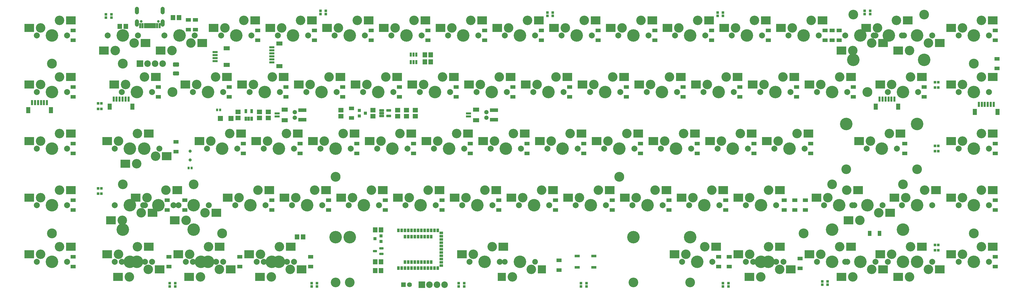
<source format=gbr>
G04 EAGLE Gerber RS-274X export*
G75*
%MOMM*%
%FSLAX34Y34*%
%LPD*%
%INSoldermask Bottom*%
%IPPOS*%
%AMOC8*
5,1,8,0,0,1.08239X$1,22.5*%
G01*
%ADD10C,4.203200*%
%ADD11C,2.004800*%
%ADD12C,3.203200*%
%ADD13R,3.261200X2.703200*%
%ADD14C,0.961200*%
%ADD15C,1.903200*%
%ADD16C,3.253200*%
%ADD17R,2.753200X2.703200*%
%ADD18C,0.911200*%
%ADD19R,1.677200X1.240200*%
%ADD20R,1.240200X1.677200*%
%ADD21R,0.803200X1.753200*%
%ADD22R,1.403200X2.003200*%
%ADD23R,2.203200X2.203200*%
%ADD24C,2.203200*%
%ADD25R,0.803200X1.653200*%
%ADD26R,0.503200X1.653200*%
%ADD27C,1.361200*%
%ADD28C,0.903200*%
%ADD29C,0.505150*%
%ADD30R,1.503200X1.803200*%
%ADD31R,0.823200X1.423200*%
%ADD32R,1.803200X1.503200*%
%ADD33C,0.297181*%
%ADD34R,1.103200X1.003200*%
%ADD35R,1.727200X0.965200*%
%ADD36R,0.903200X1.203200*%
%ADD37R,1.203200X0.903200*%
%ADD38R,1.753200X0.803200*%
%ADD39R,2.003200X1.403200*%
%ADD40R,0.803200X1.353200*%
%ADD41R,1.625600X1.625600*%
%ADD42C,1.625600*%
%ADD43C,1.473200*%
%ADD44R,2.703200X1.203200*%
%ADD45C,1.053200*%
%ADD46R,1.703200X1.703200*%
%ADD47C,0.353406*%
%ADD48R,0.803200X0.903200*%
%ADD49R,0.903200X0.903200*%
%ADD50C,3.319200*%


D10*
X190500Y2095500D03*
D11*
X241300Y2095500D03*
X139700Y2095500D03*
D12*
X228600Y2070100D03*
X165100Y2044700D03*
D13*
X266640Y2070100D03*
X127060Y2044700D03*
D14*
X266700Y2063750D03*
X266700Y2076450D03*
X127000Y2038350D03*
X127000Y2051050D03*
D10*
X238125Y1905000D03*
D11*
X187325Y1905000D03*
X288925Y1905000D03*
D12*
X200025Y1930400D03*
X263525Y1955800D03*
D13*
X161985Y1930400D03*
X301565Y1955800D03*
D14*
X161925Y1936750D03*
X161925Y1924050D03*
X301625Y1962150D03*
X301625Y1949450D03*
D10*
X261938Y1714500D03*
D11*
X312738Y1714500D03*
X211138Y1714500D03*
D12*
X300038Y1689100D03*
X236538Y1663700D03*
D13*
X338078Y1689100D03*
X198498Y1663700D03*
D14*
X338138Y1682750D03*
X338138Y1695450D03*
X198438Y1657350D03*
X198438Y1670050D03*
D10*
X214313Y1524000D03*
D11*
X265113Y1524000D03*
X163513Y1524000D03*
D12*
X252413Y1498600D03*
X188913Y1473200D03*
D13*
X290453Y1498600D03*
X150873Y1473200D03*
D14*
X290513Y1492250D03*
X290513Y1504950D03*
X150813Y1466850D03*
X150813Y1479550D03*
D10*
X238125Y1333500D03*
D11*
X288925Y1333500D03*
X187325Y1333500D03*
D12*
X276225Y1308100D03*
X212725Y1282700D03*
D13*
X314265Y1308100D03*
X174685Y1282700D03*
D14*
X314325Y1301750D03*
X314325Y1314450D03*
X174625Y1276350D03*
X174625Y1289050D03*
D10*
X381000Y2095500D03*
D11*
X431800Y2095500D03*
X330200Y2095500D03*
D12*
X419100Y2070100D03*
X355600Y2044700D03*
D13*
X457140Y2070100D03*
X317560Y2044700D03*
D14*
X457200Y2063750D03*
X457200Y2076450D03*
X317500Y2038350D03*
X317500Y2051050D03*
D10*
X476250Y1905000D03*
D11*
X425450Y1905000D03*
X527050Y1905000D03*
D12*
X438150Y1930400D03*
X501650Y1955800D03*
D13*
X400110Y1930400D03*
X539690Y1955800D03*
D14*
X400050Y1936750D03*
X400050Y1924050D03*
X539750Y1962150D03*
X539750Y1949450D03*
D10*
X523875Y1714500D03*
D11*
X473075Y1714500D03*
X574675Y1714500D03*
D12*
X485775Y1739900D03*
X549275Y1765300D03*
D13*
X447735Y1739900D03*
X587315Y1765300D03*
D14*
X447675Y1746250D03*
X447675Y1733550D03*
X587375Y1771650D03*
X587375Y1758950D03*
D10*
X428625Y1524000D03*
D11*
X479425Y1524000D03*
X377825Y1524000D03*
D12*
X466725Y1498600D03*
X403225Y1473200D03*
D13*
X504765Y1498600D03*
X365185Y1473200D03*
D14*
X504825Y1492250D03*
X504825Y1504950D03*
X365125Y1466850D03*
X365125Y1479550D03*
D10*
X476250Y1333500D03*
D11*
X527050Y1333500D03*
X425450Y1333500D03*
D12*
X514350Y1308100D03*
X450850Y1282700D03*
D13*
X552390Y1308100D03*
X412810Y1282700D03*
D14*
X552450Y1301750D03*
X552450Y1314450D03*
X412750Y1276350D03*
X412750Y1289050D03*
D10*
X571500Y2095500D03*
D11*
X520700Y2095500D03*
X622300Y2095500D03*
D12*
X533400Y2120900D03*
X596900Y2146300D03*
D13*
X495360Y2120900D03*
X634940Y2146300D03*
D14*
X495300Y2127250D03*
X495300Y2114550D03*
X635000Y2152650D03*
X635000Y2139950D03*
D10*
X666750Y1905000D03*
D11*
X615950Y1905000D03*
X717550Y1905000D03*
D12*
X628650Y1930400D03*
X692150Y1955800D03*
D13*
X590610Y1930400D03*
X730190Y1955800D03*
D14*
X590550Y1936750D03*
X590550Y1924050D03*
X730250Y1962150D03*
X730250Y1949450D03*
D10*
X714375Y1714500D03*
D11*
X663575Y1714500D03*
X765175Y1714500D03*
D12*
X676275Y1739900D03*
X739775Y1765300D03*
D13*
X638235Y1739900D03*
X777815Y1765300D03*
D14*
X638175Y1746250D03*
X638175Y1733550D03*
X777875Y1771650D03*
X777875Y1758950D03*
D10*
X619125Y1524000D03*
D11*
X568325Y1524000D03*
X669925Y1524000D03*
D12*
X581025Y1549400D03*
X644525Y1574800D03*
D13*
X542985Y1549400D03*
X682565Y1574800D03*
D14*
X542925Y1555750D03*
X542925Y1543050D03*
X682625Y1581150D03*
X682625Y1568450D03*
D10*
X714375Y1333500D03*
D11*
X765175Y1333500D03*
X663575Y1333500D03*
D12*
X752475Y1308100D03*
X688975Y1282700D03*
D13*
X790515Y1308100D03*
X650935Y1282700D03*
D14*
X790575Y1301750D03*
X790575Y1314450D03*
X650875Y1276350D03*
X650875Y1289050D03*
D10*
X762000Y2095500D03*
D11*
X711200Y2095500D03*
X812800Y2095500D03*
D12*
X723900Y2120900D03*
X787400Y2146300D03*
D13*
X685860Y2120900D03*
X825440Y2146300D03*
D14*
X685800Y2127250D03*
X685800Y2114550D03*
X825500Y2152650D03*
X825500Y2139950D03*
D10*
X857250Y1905000D03*
D11*
X806450Y1905000D03*
X908050Y1905000D03*
D12*
X819150Y1930400D03*
X882650Y1955800D03*
D13*
X781110Y1930400D03*
X920690Y1955800D03*
D14*
X781050Y1936750D03*
X781050Y1924050D03*
X920750Y1962150D03*
X920750Y1949450D03*
D10*
X904875Y1714500D03*
D11*
X854075Y1714500D03*
X955675Y1714500D03*
D12*
X866775Y1739900D03*
X930275Y1765300D03*
D13*
X828735Y1739900D03*
X968315Y1765300D03*
D14*
X828675Y1746250D03*
X828675Y1733550D03*
X968375Y1771650D03*
X968375Y1758950D03*
D10*
X809625Y1524000D03*
D11*
X758825Y1524000D03*
X860425Y1524000D03*
D12*
X771525Y1549400D03*
X835025Y1574800D03*
D13*
X733485Y1549400D03*
X873065Y1574800D03*
D14*
X733425Y1555750D03*
X733425Y1543050D03*
X873125Y1581150D03*
X873125Y1568450D03*
D10*
X952500Y2095500D03*
D11*
X901700Y2095500D03*
X1003300Y2095500D03*
D12*
X914400Y2120900D03*
X977900Y2146300D03*
D13*
X876360Y2120900D03*
X1015940Y2146300D03*
D14*
X876300Y2127250D03*
X876300Y2114550D03*
X1016000Y2152650D03*
X1016000Y2139950D03*
D10*
X1047750Y1905000D03*
D11*
X996950Y1905000D03*
X1098550Y1905000D03*
D12*
X1009650Y1930400D03*
X1073150Y1955800D03*
D13*
X971610Y1930400D03*
X1111190Y1955800D03*
D14*
X971550Y1936750D03*
X971550Y1924050D03*
X1111250Y1962150D03*
X1111250Y1949450D03*
D10*
X1095375Y1714500D03*
D11*
X1044575Y1714500D03*
X1146175Y1714500D03*
D12*
X1057275Y1739900D03*
X1120775Y1765300D03*
D13*
X1019235Y1739900D03*
X1158815Y1765300D03*
D14*
X1019175Y1746250D03*
X1019175Y1733550D03*
X1158875Y1771650D03*
X1158875Y1758950D03*
D10*
X1000125Y1524000D03*
D11*
X949325Y1524000D03*
X1050925Y1524000D03*
D12*
X962025Y1549400D03*
X1025525Y1574800D03*
D13*
X923985Y1549400D03*
X1063565Y1574800D03*
D14*
X923925Y1555750D03*
X923925Y1543050D03*
X1063625Y1581150D03*
X1063625Y1568450D03*
D10*
X1524000Y1333500D03*
D15*
X1574800Y1333500D03*
X1473200Y1333500D03*
D12*
X1562100Y1308100D03*
X1498600Y1282700D03*
D16*
X952500Y1263500D03*
X2095500Y1263500D03*
D10*
X952500Y1415900D03*
X2095500Y1415900D03*
D17*
X1597600Y1308100D03*
X1463100Y1282700D03*
D10*
X1143000Y2095500D03*
D11*
X1092200Y2095500D03*
X1193800Y2095500D03*
D12*
X1104900Y2120900D03*
X1168400Y2146300D03*
D13*
X1066860Y2120900D03*
X1206440Y2146300D03*
D14*
X1066800Y2127250D03*
X1066800Y2114550D03*
X1206500Y2152650D03*
X1206500Y2139950D03*
D10*
X1238250Y1905000D03*
D11*
X1187450Y1905000D03*
X1289050Y1905000D03*
D12*
X1200150Y1930400D03*
X1263650Y1955800D03*
D13*
X1162110Y1930400D03*
X1301690Y1955800D03*
D14*
X1162050Y1936750D03*
X1162050Y1924050D03*
X1301750Y1962150D03*
X1301750Y1949450D03*
D10*
X1285875Y1714500D03*
D11*
X1235075Y1714500D03*
X1336675Y1714500D03*
D12*
X1247775Y1739900D03*
X1311275Y1765300D03*
D13*
X1209735Y1739900D03*
X1349315Y1765300D03*
D14*
X1209675Y1746250D03*
X1209675Y1733550D03*
X1349375Y1771650D03*
X1349375Y1758950D03*
D10*
X1190625Y1524000D03*
D11*
X1139825Y1524000D03*
X1241425Y1524000D03*
D12*
X1152525Y1549400D03*
X1216025Y1574800D03*
D13*
X1114485Y1549400D03*
X1254065Y1574800D03*
D14*
X1114425Y1555750D03*
X1114425Y1543050D03*
X1254125Y1581150D03*
X1254125Y1568450D03*
D10*
X1333500Y2095500D03*
D11*
X1282700Y2095500D03*
X1384300Y2095500D03*
D12*
X1295400Y2120900D03*
X1358900Y2146300D03*
D13*
X1257360Y2120900D03*
X1396940Y2146300D03*
D14*
X1257300Y2127250D03*
X1257300Y2114550D03*
X1397000Y2152650D03*
X1397000Y2139950D03*
D10*
X1428750Y1905000D03*
D11*
X1377950Y1905000D03*
X1479550Y1905000D03*
D12*
X1390650Y1930400D03*
X1454150Y1955800D03*
D13*
X1352610Y1930400D03*
X1492190Y1955800D03*
D14*
X1352550Y1936750D03*
X1352550Y1924050D03*
X1492250Y1962150D03*
X1492250Y1949450D03*
D10*
X1476375Y1714500D03*
D11*
X1425575Y1714500D03*
X1527175Y1714500D03*
D12*
X1438275Y1739900D03*
X1501775Y1765300D03*
D13*
X1400235Y1739900D03*
X1539815Y1765300D03*
D14*
X1400175Y1746250D03*
X1400175Y1733550D03*
X1539875Y1771650D03*
X1539875Y1758950D03*
D10*
X1381125Y1524000D03*
D11*
X1330325Y1524000D03*
X1431925Y1524000D03*
D12*
X1343025Y1549400D03*
X1406525Y1574800D03*
D13*
X1304985Y1549400D03*
X1444565Y1574800D03*
D14*
X1304925Y1555750D03*
X1304925Y1543050D03*
X1444625Y1581150D03*
X1444625Y1568450D03*
D10*
X1524000Y2095500D03*
D11*
X1473200Y2095500D03*
X1574800Y2095500D03*
D12*
X1485900Y2120900D03*
X1549400Y2146300D03*
D13*
X1447860Y2120900D03*
X1587440Y2146300D03*
D14*
X1447800Y2127250D03*
X1447800Y2114550D03*
X1587500Y2152650D03*
X1587500Y2139950D03*
D10*
X1619250Y1905000D03*
D11*
X1568450Y1905000D03*
X1670050Y1905000D03*
D12*
X1581150Y1930400D03*
X1644650Y1955800D03*
D13*
X1543110Y1930400D03*
X1682690Y1955800D03*
D14*
X1543050Y1936750D03*
X1543050Y1924050D03*
X1682750Y1962150D03*
X1682750Y1949450D03*
D10*
X1666875Y1714500D03*
D11*
X1616075Y1714500D03*
X1717675Y1714500D03*
D12*
X1628775Y1739900D03*
X1692275Y1765300D03*
D13*
X1590735Y1739900D03*
X1730315Y1765300D03*
D14*
X1590675Y1746250D03*
X1590675Y1733550D03*
X1730375Y1771650D03*
X1730375Y1758950D03*
D10*
X1571625Y1524000D03*
D11*
X1520825Y1524000D03*
X1622425Y1524000D03*
D12*
X1533525Y1549400D03*
X1597025Y1574800D03*
D13*
X1495485Y1549400D03*
X1635065Y1574800D03*
D14*
X1495425Y1555750D03*
X1495425Y1543050D03*
X1635125Y1581150D03*
X1635125Y1568450D03*
D10*
X1714500Y2095500D03*
D11*
X1663700Y2095500D03*
X1765300Y2095500D03*
D12*
X1676400Y2120900D03*
X1739900Y2146300D03*
D13*
X1638360Y2120900D03*
X1777940Y2146300D03*
D14*
X1638300Y2127250D03*
X1638300Y2114550D03*
X1778000Y2152650D03*
X1778000Y2139950D03*
D10*
X1809750Y1905000D03*
D11*
X1758950Y1905000D03*
X1860550Y1905000D03*
D12*
X1771650Y1930400D03*
X1835150Y1955800D03*
D13*
X1733610Y1930400D03*
X1873190Y1955800D03*
D14*
X1733550Y1936750D03*
X1733550Y1924050D03*
X1873250Y1962150D03*
X1873250Y1949450D03*
D10*
X1857375Y1714500D03*
D11*
X1806575Y1714500D03*
X1908175Y1714500D03*
D12*
X1819275Y1739900D03*
X1882775Y1765300D03*
D13*
X1781235Y1739900D03*
X1920815Y1765300D03*
D14*
X1781175Y1746250D03*
X1781175Y1733550D03*
X1920875Y1771650D03*
X1920875Y1758950D03*
D10*
X1762125Y1524000D03*
D11*
X1711325Y1524000D03*
X1812925Y1524000D03*
D12*
X1724025Y1549400D03*
X1787525Y1574800D03*
D13*
X1685985Y1549400D03*
X1825565Y1574800D03*
D14*
X1685925Y1555750D03*
X1685925Y1543050D03*
X1825625Y1581150D03*
X1825625Y1568450D03*
D10*
X1905000Y2095500D03*
D11*
X1854200Y2095500D03*
X1955800Y2095500D03*
D12*
X1866900Y2120900D03*
X1930400Y2146300D03*
D13*
X1828860Y2120900D03*
X1968440Y2146300D03*
D14*
X1828800Y2127250D03*
X1828800Y2114550D03*
X1968500Y2152650D03*
X1968500Y2139950D03*
D10*
X2000250Y1905000D03*
D11*
X1949450Y1905000D03*
X2051050Y1905000D03*
D12*
X1962150Y1930400D03*
X2025650Y1955800D03*
D13*
X1924110Y1930400D03*
X2063690Y1955800D03*
D14*
X1924050Y1936750D03*
X1924050Y1924050D03*
X2063750Y1962150D03*
X2063750Y1949450D03*
D10*
X2047875Y1714500D03*
D11*
X1997075Y1714500D03*
X2098675Y1714500D03*
D12*
X2009775Y1739900D03*
X2073275Y1765300D03*
D13*
X1971735Y1739900D03*
X2111315Y1765300D03*
D14*
X1971675Y1746250D03*
X1971675Y1733550D03*
X2111375Y1771650D03*
X2111375Y1758950D03*
D10*
X1952625Y1524000D03*
D11*
X1901825Y1524000D03*
X2003425Y1524000D03*
D12*
X1914525Y1549400D03*
X1978025Y1574800D03*
D13*
X1876485Y1549400D03*
X2016065Y1574800D03*
D14*
X1876425Y1555750D03*
X1876425Y1543050D03*
X2016125Y1581150D03*
X2016125Y1568450D03*
D10*
X2333625Y1333500D03*
D11*
X2282825Y1333500D03*
X2384425Y1333500D03*
D12*
X2295525Y1358900D03*
X2359025Y1384300D03*
D13*
X2257485Y1358900D03*
X2397065Y1384300D03*
D14*
X2257425Y1365250D03*
X2257425Y1352550D03*
X2397125Y1390650D03*
X2397125Y1377950D03*
D10*
X2095500Y2095500D03*
D11*
X2044700Y2095500D03*
X2146300Y2095500D03*
D12*
X2057400Y2120900D03*
X2120900Y2146300D03*
D13*
X2019360Y2120900D03*
X2158940Y2146300D03*
D14*
X2019300Y2127250D03*
X2019300Y2114550D03*
X2159000Y2152650D03*
X2159000Y2139950D03*
D10*
X2190750Y1905000D03*
D11*
X2139950Y1905000D03*
X2241550Y1905000D03*
D12*
X2152650Y1930400D03*
X2216150Y1955800D03*
D13*
X2114610Y1930400D03*
X2254190Y1955800D03*
D14*
X2114550Y1936750D03*
X2114550Y1924050D03*
X2254250Y1962150D03*
X2254250Y1949450D03*
D10*
X2238375Y1714500D03*
D11*
X2187575Y1714500D03*
X2289175Y1714500D03*
D12*
X2200275Y1739900D03*
X2263775Y1765300D03*
D13*
X2162235Y1739900D03*
X2301815Y1765300D03*
D14*
X2162175Y1746250D03*
X2162175Y1733550D03*
X2301875Y1771650D03*
X2301875Y1758950D03*
D10*
X2143125Y1524000D03*
D11*
X2092325Y1524000D03*
X2193925Y1524000D03*
D12*
X2105025Y1549400D03*
X2168525Y1574800D03*
D13*
X2066985Y1549400D03*
X2206565Y1574800D03*
D14*
X2066925Y1555750D03*
X2066925Y1543050D03*
X2206625Y1581150D03*
X2206625Y1568450D03*
D10*
X2809875Y1333500D03*
D11*
X2759075Y1333500D03*
X2860675Y1333500D03*
D12*
X2771775Y1358900D03*
X2835275Y1384300D03*
D13*
X2733735Y1358900D03*
X2873315Y1384300D03*
D14*
X2733675Y1365250D03*
X2733675Y1352550D03*
X2873375Y1390650D03*
X2873375Y1377950D03*
D10*
X2286000Y2095500D03*
D11*
X2235200Y2095500D03*
X2336800Y2095500D03*
D12*
X2247900Y2120900D03*
X2311400Y2146300D03*
D13*
X2209860Y2120900D03*
X2349440Y2146300D03*
D14*
X2209800Y2127250D03*
X2209800Y2114550D03*
X2349500Y2152650D03*
X2349500Y2139950D03*
D10*
X2381250Y1905000D03*
D11*
X2330450Y1905000D03*
X2432050Y1905000D03*
D12*
X2343150Y1930400D03*
X2406650Y1955800D03*
D13*
X2305110Y1930400D03*
X2444690Y1955800D03*
D14*
X2305050Y1936750D03*
X2305050Y1924050D03*
X2444750Y1962150D03*
X2444750Y1949450D03*
D10*
X2428875Y1714500D03*
D11*
X2378075Y1714500D03*
X2479675Y1714500D03*
D12*
X2390775Y1739900D03*
X2454275Y1765300D03*
D13*
X2352735Y1739900D03*
X2492315Y1765300D03*
D14*
X2352675Y1746250D03*
X2352675Y1733550D03*
X2492375Y1771650D03*
X2492375Y1758950D03*
D10*
X2333625Y1524000D03*
D11*
X2282825Y1524000D03*
X2384425Y1524000D03*
D12*
X2295525Y1549400D03*
X2359025Y1574800D03*
D13*
X2257485Y1549400D03*
X2397065Y1574800D03*
D14*
X2257425Y1555750D03*
X2257425Y1543050D03*
X2397125Y1581150D03*
X2397125Y1568450D03*
D10*
X2476500Y2095500D03*
D11*
X2425700Y2095500D03*
X2527300Y2095500D03*
D12*
X2438400Y2120900D03*
X2501900Y2146300D03*
D13*
X2400360Y2120900D03*
X2539940Y2146300D03*
D14*
X2400300Y2127250D03*
X2400300Y2114550D03*
X2540000Y2152650D03*
X2540000Y2139950D03*
D10*
X2571750Y1905000D03*
D11*
X2520950Y1905000D03*
X2622550Y1905000D03*
D12*
X2533650Y1930400D03*
X2597150Y1955800D03*
D13*
X2495610Y1930400D03*
X2635190Y1955800D03*
D14*
X2495550Y1936750D03*
X2495550Y1924050D03*
X2635250Y1962150D03*
X2635250Y1949450D03*
D10*
X2738438Y1714500D03*
D11*
X2687638Y1714500D03*
X2789238Y1714500D03*
D12*
X2700338Y1739900D03*
X2763838Y1765300D03*
D16*
X2857438Y1644500D03*
X2619438Y1644500D03*
D10*
X2857438Y1796900D03*
X2619438Y1796900D03*
D13*
X2662298Y1739900D03*
X2801878Y1765300D03*
D18*
X2662238Y1746250D03*
X2662238Y1733550D03*
X2801938Y1771650D03*
X2801938Y1758950D03*
D10*
X2667000Y2095500D03*
D11*
X2717800Y2095500D03*
X2616200Y2095500D03*
D12*
X2705100Y2070100D03*
X2641600Y2044700D03*
D13*
X2743140Y2070100D03*
X2603560Y2044700D03*
D14*
X2743200Y2063750D03*
X2743200Y2076450D03*
X2603500Y2038350D03*
X2603500Y2051050D03*
D10*
X2809875Y1905000D03*
D11*
X2759075Y1905000D03*
X2860675Y1905000D03*
D12*
X2771775Y1930400D03*
X2835275Y1955800D03*
D13*
X2733735Y1930400D03*
X2873315Y1955800D03*
D14*
X2733675Y1936750D03*
X2733675Y1924050D03*
X2873375Y1962150D03*
X2873375Y1949450D03*
D10*
X2857500Y2095500D03*
D11*
X2908300Y2095500D03*
X2806700Y2095500D03*
D12*
X2895600Y2070100D03*
X2832100Y2044700D03*
D13*
X2933640Y2070100D03*
X2794060Y2044700D03*
D14*
X2933700Y2063750D03*
X2933700Y2076450D03*
X2794000Y2038350D03*
X2794000Y2051050D03*
D10*
X2595563Y1524000D03*
D11*
X2544763Y1524000D03*
X2646363Y1524000D03*
D12*
X2557463Y1549400D03*
X2620963Y1574800D03*
D13*
X2519423Y1549400D03*
X2659003Y1574800D03*
D14*
X2519363Y1555750D03*
X2519363Y1543050D03*
X2659063Y1581150D03*
X2659063Y1568450D03*
D10*
X2857500Y1524000D03*
D11*
X2806700Y1524000D03*
X2908300Y1524000D03*
D12*
X2819400Y1549400D03*
X2882900Y1574800D03*
D13*
X2781360Y1549400D03*
X2920940Y1574800D03*
D14*
X2781300Y1555750D03*
X2781300Y1543050D03*
X2921000Y1581150D03*
X2921000Y1568450D03*
D19*
X410766Y2114869D03*
X410766Y2147569D03*
X309563Y1888650D03*
X309563Y1921350D03*
X369094Y1704103D03*
X369094Y1736803D03*
X339328Y1507650D03*
X339328Y1540350D03*
X345281Y1317150D03*
X345281Y1349850D03*
D10*
X214313Y1714500D03*
D11*
X163513Y1714500D03*
X265113Y1714500D03*
D12*
X176213Y1739900D03*
X239713Y1765300D03*
D13*
X138173Y1739900D03*
X277753Y1765300D03*
D14*
X138113Y1746250D03*
X138113Y1733550D03*
X277813Y1771650D03*
X277813Y1758950D03*
D19*
X434578Y2114869D03*
X434578Y2147569D03*
X642938Y2079150D03*
X642938Y2111850D03*
X833438Y2079150D03*
X833438Y2111850D03*
X1023938Y2079150D03*
X1023938Y2111850D03*
X1214438Y2079150D03*
X1214438Y2111850D03*
X1404938Y2079150D03*
X1404938Y2111850D03*
X1595438Y2079150D03*
X1595438Y2111850D03*
X1785938Y2079150D03*
X1785938Y2111850D03*
X2166938Y2079150D03*
X2166938Y2111850D03*
X2357438Y2079150D03*
X2357438Y2111850D03*
X2547938Y2079150D03*
X2547938Y2111850D03*
X2571750Y2079150D03*
X2571750Y2111850D03*
X2595563Y2079150D03*
X2595563Y2111850D03*
X1976438Y2079150D03*
X1976438Y2111850D03*
X547688Y1888650D03*
X547688Y1921350D03*
X738188Y1888650D03*
X738188Y1921350D03*
X928688Y1888650D03*
X928688Y1921350D03*
X1119188Y1888650D03*
X1119188Y1921350D03*
X1309688Y1888650D03*
X1309688Y1921350D03*
X1500188Y1888650D03*
X1500188Y1921350D03*
X1690688Y1888650D03*
X1690688Y1921350D03*
X1881188Y1888650D03*
X1881188Y1921350D03*
X2262188Y1888650D03*
X2262188Y1921350D03*
X2452688Y1888650D03*
X2452688Y1921350D03*
X2643188Y1888650D03*
X2643188Y1921350D03*
X2881313Y1888650D03*
X2881313Y1921350D03*
X2071688Y1888650D03*
X2071688Y1921350D03*
X595313Y1698150D03*
X595313Y1730850D03*
X785813Y1698150D03*
X785813Y1730850D03*
X976313Y1698150D03*
X976313Y1730850D03*
X1166813Y1698150D03*
X1166813Y1730850D03*
X1357313Y1698150D03*
X1357313Y1730850D03*
X1547813Y1698150D03*
X1547813Y1730850D03*
X1738313Y1698150D03*
X1738313Y1730850D03*
X1928813Y1698150D03*
X1928813Y1730850D03*
X2309813Y1698150D03*
X2309813Y1730850D03*
X2500313Y1698150D03*
X2500313Y1730850D03*
X2815828Y1698150D03*
X2815828Y1730850D03*
X2119313Y1698150D03*
X2119313Y1730850D03*
D10*
X2762250Y2095500D03*
D11*
X2711450Y2095500D03*
X2813050Y2095500D03*
D12*
X2724150Y2120900D03*
X2787650Y2146300D03*
D16*
X2881250Y2165500D03*
X2643250Y2165500D03*
D10*
X2881250Y2013100D03*
X2643250Y2013100D03*
D13*
X2686110Y2120900D03*
X2825690Y2146300D03*
D18*
X2686050Y2127250D03*
X2686050Y2114550D03*
X2825750Y2152650D03*
X2825750Y2139950D03*
D19*
X398859Y1507650D03*
X398859Y1540350D03*
X690563Y1507650D03*
X690563Y1540350D03*
X881063Y1507650D03*
X881063Y1540350D03*
X1071563Y1507650D03*
X1071563Y1540350D03*
X1262063Y1507650D03*
X1262063Y1540350D03*
X1452563Y1507650D03*
X1452563Y1540350D03*
X1643063Y1507650D03*
X1643063Y1540350D03*
X1833563Y1507650D03*
X1833563Y1540350D03*
X2214563Y1507650D03*
X2214563Y1540350D03*
X2411016Y1507650D03*
X2411016Y1540350D03*
X2482453Y1507650D03*
X2482453Y1540350D03*
X2446734Y1507650D03*
X2446734Y1540350D03*
X2024063Y1507650D03*
X2024063Y1540350D03*
X583406Y1317150D03*
X583406Y1349850D03*
X821531Y1317150D03*
X821531Y1349850D03*
X1654969Y1305244D03*
X1654969Y1337944D03*
X2190750Y1317150D03*
X2190750Y1349850D03*
D20*
X2698275Y1428750D03*
X2730975Y1428750D03*
D19*
X2226469Y1317150D03*
X2226469Y1349850D03*
D10*
X309563Y1524000D03*
D11*
X258763Y1524000D03*
X360363Y1524000D03*
D12*
X271463Y1549400D03*
X334963Y1574800D03*
D16*
X428563Y1594000D03*
X190563Y1594000D03*
D10*
X428563Y1441600D03*
X190563Y1441600D03*
D13*
X233423Y1549400D03*
X373003Y1574800D03*
D18*
X233363Y1555750D03*
X233363Y1543050D03*
X373063Y1581150D03*
X373063Y1568450D03*
D10*
X2690813Y1524000D03*
D11*
X2741613Y1524000D03*
X2640013Y1524000D03*
D12*
X2728913Y1498600D03*
X2665413Y1473200D03*
D16*
X2571813Y1594000D03*
X2809813Y1594000D03*
D10*
X2571813Y1441600D03*
X2809813Y1441600D03*
D13*
X2766953Y1498600D03*
X2627373Y1473200D03*
D18*
X2767013Y1492250D03*
X2767013Y1504950D03*
X2627313Y1466850D03*
X2627313Y1479550D03*
D10*
X214313Y1333500D03*
D11*
X163513Y1333500D03*
X265113Y1333500D03*
D12*
X176213Y1358900D03*
X239713Y1384300D03*
D13*
X138173Y1358900D03*
X277753Y1384300D03*
D14*
X138113Y1365250D03*
X138113Y1352550D03*
X277813Y1390650D03*
X277813Y1377950D03*
D10*
X452438Y1333500D03*
D11*
X401638Y1333500D03*
X503238Y1333500D03*
D12*
X414338Y1358900D03*
X477838Y1384300D03*
D13*
X376298Y1358900D03*
X515878Y1384300D03*
D14*
X376238Y1365250D03*
X376238Y1352550D03*
X515938Y1390650D03*
X515938Y1377950D03*
D10*
X690563Y1333500D03*
D11*
X639763Y1333500D03*
X741363Y1333500D03*
D12*
X652463Y1358900D03*
X715963Y1384300D03*
D13*
X614423Y1358900D03*
X754003Y1384300D03*
D14*
X614363Y1365250D03*
X614363Y1352550D03*
X754063Y1390650D03*
X754063Y1377950D03*
D10*
X1404938Y1333500D03*
D11*
X1354138Y1333500D03*
X1455738Y1333500D03*
D12*
X1366838Y1358900D03*
X1430338Y1384300D03*
D16*
X1904938Y1263500D03*
X904938Y1263500D03*
D10*
X1904938Y1415900D03*
X904938Y1415900D03*
D13*
X1328798Y1358900D03*
X1468378Y1384300D03*
D10*
X2119313Y1333500D03*
D11*
X2068513Y1333500D03*
X2170113Y1333500D03*
D12*
X2081213Y1358900D03*
X2144713Y1384300D03*
D13*
X2043173Y1358900D03*
X2182753Y1384300D03*
D14*
X2043113Y1365250D03*
X2043113Y1352550D03*
X2182813Y1390650D03*
X2182813Y1377950D03*
D10*
X2357438Y1333500D03*
D11*
X2408238Y1333500D03*
X2306638Y1333500D03*
D12*
X2395538Y1308100D03*
X2332038Y1282700D03*
D13*
X2433578Y1308100D03*
X2293998Y1282700D03*
D14*
X2433638Y1301750D03*
X2433638Y1314450D03*
X2293938Y1276350D03*
X2293938Y1289050D03*
D10*
X2857500Y1333500D03*
D11*
X2908300Y1333500D03*
X2806700Y1333500D03*
D12*
X2895600Y1308100D03*
X2832100Y1282700D03*
D13*
X2933640Y1308100D03*
X2794060Y1282700D03*
D14*
X2933700Y1301750D03*
X2933700Y1314450D03*
X2794000Y1276350D03*
X2794000Y1289050D03*
D21*
X159547Y1881188D03*
X169547Y1881188D03*
X179547Y1881188D03*
X189547Y1881188D03*
X199547Y1881188D03*
X209547Y1881188D03*
D22*
X146547Y1855938D03*
X222547Y1855938D03*
D21*
X2731297Y1881188D03*
X2741297Y1881188D03*
X2751297Y1881188D03*
X2761297Y1881188D03*
X2771297Y1881188D03*
X2781297Y1881188D03*
D22*
X2718297Y1855938D03*
X2794297Y1855938D03*
D10*
X2571750Y1333500D03*
D11*
X2520950Y1333500D03*
X2622550Y1333500D03*
D12*
X2533650Y1358900D03*
X2597150Y1384300D03*
D13*
X2495610Y1358900D03*
X2635190Y1384300D03*
D14*
X2495550Y1365250D03*
X2495550Y1352550D03*
X2635250Y1390650D03*
X2635250Y1377950D03*
D23*
X247650Y2000250D03*
D24*
X273050Y2000250D03*
X298450Y2000250D03*
X323850Y2000250D03*
D25*
X248650Y2127894D03*
X256650Y2127894D03*
D26*
X278650Y2127894D03*
X273650Y2127894D03*
X268650Y2127894D03*
X263650Y2127894D03*
X283650Y2127894D03*
X288650Y2127894D03*
X293650Y2127894D03*
X298650Y2127894D03*
D25*
X305650Y2127894D03*
X313650Y2127894D03*
D27*
X237950Y2131254D02*
X237950Y2142834D01*
X324350Y2142834D02*
X324350Y2131254D01*
X237950Y2173054D02*
X237950Y2184634D01*
X324350Y2184634D02*
X324350Y2173054D01*
D28*
X252250Y2142344D03*
X310050Y2142344D03*
D29*
X361504Y2001931D02*
X361504Y1992951D01*
X361504Y2001931D02*
X376684Y2001931D01*
X376684Y1992951D01*
X361504Y1992951D01*
X361504Y1997750D02*
X376684Y1997750D01*
X361504Y1971831D02*
X361504Y1962851D01*
X361504Y1971831D02*
X376684Y1971831D01*
X376684Y1962851D01*
X361504Y1962851D01*
X361504Y1967650D02*
X376684Y1967650D01*
D30*
X379094Y2155031D03*
X359094Y2155031D03*
X180500Y2125266D03*
X200500Y2125266D03*
X1204438Y2006203D03*
X1224438Y2006203D03*
X1204438Y2030016D03*
X1224438Y2030016D03*
D31*
X622672Y1814609D03*
X613172Y1814609D03*
X603672Y1814609D03*
X603672Y1840609D03*
X622672Y1840609D03*
D32*
X678656Y1837609D03*
X678656Y1817609D03*
X648891Y1837609D03*
X648891Y1817609D03*
X577453Y1817609D03*
X577453Y1837609D03*
X1172766Y1843563D03*
X1172766Y1823563D03*
X1143000Y1823563D03*
X1143000Y1843563D03*
D33*
X1065993Y1826593D02*
X1065993Y1821533D01*
X1053433Y1821533D01*
X1053433Y1826593D01*
X1065993Y1826593D01*
X1065993Y1824356D02*
X1053433Y1824356D01*
X1065993Y1831033D02*
X1065993Y1836093D01*
X1065993Y1831033D02*
X1053433Y1831033D01*
X1053433Y1836093D01*
X1065993Y1836093D01*
X1065993Y1833856D02*
X1053433Y1833856D01*
X1065993Y1840533D02*
X1065993Y1845593D01*
X1065993Y1840533D02*
X1053433Y1840533D01*
X1053433Y1845593D01*
X1065993Y1845593D01*
X1065993Y1843356D02*
X1053433Y1843356D01*
X1089693Y1845593D02*
X1089693Y1840533D01*
X1077133Y1840533D01*
X1077133Y1845593D01*
X1089693Y1845593D01*
X1089693Y1843356D02*
X1077133Y1843356D01*
X1089693Y1826593D02*
X1089693Y1821533D01*
X1077133Y1821533D01*
X1077133Y1826593D01*
X1089693Y1826593D01*
X1089693Y1824356D02*
X1077133Y1824356D01*
D32*
X1113234Y1843563D03*
X1113234Y1823563D03*
D34*
X984172Y1824063D03*
X984172Y1843063D03*
X1005172Y1833563D03*
D32*
X1029891Y1823563D03*
X1029891Y1843563D03*
D19*
X958453Y1849913D03*
X958453Y1817213D03*
D32*
X922734Y1823563D03*
X922734Y1843563D03*
D35*
X1772206Y1352550D03*
X1716326Y1352550D03*
X1772206Y1314450D03*
X1716326Y1314450D03*
D36*
X1115766Y1438672D03*
X1126766Y1438672D03*
X1137766Y1438672D03*
X1148766Y1438672D03*
X1159766Y1438672D03*
X1170766Y1438672D03*
X1181766Y1438672D03*
X1192766Y1438672D03*
X1203766Y1438672D03*
X1214766Y1438672D03*
X1225766Y1438672D03*
X1236766Y1438672D03*
X1247766Y1438672D03*
D37*
X1259766Y1430172D03*
X1259766Y1419172D03*
X1259766Y1408172D03*
X1259766Y1397172D03*
X1259766Y1386172D03*
X1259766Y1375172D03*
X1259766Y1364172D03*
X1259766Y1353172D03*
X1259766Y1342172D03*
X1259766Y1331172D03*
X1259766Y1320172D03*
D36*
X1247766Y1311672D03*
X1236766Y1311672D03*
X1225766Y1311672D03*
X1214766Y1311672D03*
X1203766Y1311672D03*
X1192766Y1311672D03*
X1181766Y1311672D03*
X1170766Y1311672D03*
X1159766Y1311672D03*
X1148766Y1311672D03*
X1137766Y1311672D03*
X1126766Y1311672D03*
X1115766Y1311672D03*
X1137766Y1417672D03*
X1148766Y1417672D03*
X1159766Y1417672D03*
X1170766Y1417672D03*
X1181766Y1417672D03*
X1192766Y1417672D03*
X1203766Y1417672D03*
X1214766Y1417672D03*
X1225766Y1417672D03*
X1137766Y1332672D03*
X1148766Y1332672D03*
X1159766Y1332672D03*
X1170766Y1332672D03*
X1181766Y1332672D03*
X1192766Y1332672D03*
X1203766Y1332672D03*
X1214766Y1332672D03*
X1225766Y1332672D03*
D38*
X500063Y2039063D03*
X500063Y2029063D03*
X500063Y2019063D03*
X500063Y2009063D03*
D39*
X538813Y2052063D03*
X538813Y1996063D03*
D40*
X1176313Y2005609D03*
X1166813Y2005609D03*
X1157313Y2005609D03*
X1157313Y2030609D03*
X1166813Y2030609D03*
X1176313Y2030609D03*
D34*
X1057750Y1420391D03*
X1057750Y1401391D03*
X1036750Y1410891D03*
D30*
X1057750Y1333500D03*
X1037750Y1333500D03*
D23*
X1194197Y1256109D03*
D24*
X1219597Y1256109D03*
X1244997Y1256109D03*
X1270397Y1256109D03*
D41*
X1133000Y1256109D03*
D42*
X1153000Y1256109D03*
D43*
X767953Y1818609D03*
X767953Y1836609D03*
D44*
X793353Y1811609D03*
X793353Y1843609D03*
D45*
X416719Y1705688D03*
X416719Y1675688D03*
D38*
X690563Y2005016D03*
X690563Y2015016D03*
X690563Y2025016D03*
X690563Y2035016D03*
X690563Y2045016D03*
X690563Y2055016D03*
D39*
X715813Y1992016D03*
X715813Y2068016D03*
D43*
X1410891Y1818609D03*
X1410891Y1836609D03*
D44*
X1436291Y1811609D03*
X1436291Y1843609D03*
D46*
X518281Y1815703D03*
X553281Y1815703D03*
D47*
X1052951Y1380968D02*
X1063749Y1380968D01*
X1063749Y1376470D01*
X1052951Y1376470D01*
X1052951Y1380968D01*
X1052951Y1379827D02*
X1063749Y1379827D01*
X1063749Y1361968D02*
X1052951Y1361968D01*
X1063749Y1361968D02*
X1063749Y1357470D01*
X1052951Y1357470D01*
X1052951Y1361968D01*
X1052951Y1360827D02*
X1063749Y1360827D01*
X1042549Y1371468D02*
X1031751Y1371468D01*
X1042549Y1371468D02*
X1042549Y1366970D01*
X1031751Y1366970D01*
X1031751Y1371468D01*
X1031751Y1370327D02*
X1042549Y1370327D01*
D30*
X1037750Y1303734D03*
X1057750Y1303734D03*
X1057750Y1440656D03*
X1037750Y1440656D03*
D48*
X516813Y1844625D03*
X506813Y1844625D03*
D10*
X2667000Y1333500D03*
D11*
X2717800Y1333500D03*
X2616200Y1333500D03*
D12*
X2705100Y1308100D03*
X2641600Y1282700D03*
D13*
X2743140Y1308100D03*
X2603560Y1282700D03*
D14*
X2743200Y1301750D03*
X2743200Y1314450D03*
X2603500Y1276350D03*
X2603500Y1289050D03*
D19*
X2464594Y1311197D03*
X2464594Y1343897D03*
D10*
X-47625Y2095500D03*
D11*
X-98425Y2095500D03*
X3175Y2095500D03*
D12*
X-85725Y2120900D03*
X-22225Y2146300D03*
D13*
X-123765Y2120900D03*
X15815Y2146300D03*
D14*
X-123825Y2127250D03*
X-123825Y2114550D03*
X15875Y2152650D03*
X15875Y2139950D03*
D10*
X-47625Y1905000D03*
D11*
X-98425Y1905000D03*
X3175Y1905000D03*
D12*
X-85725Y1930400D03*
X-22225Y1955800D03*
D13*
X-123765Y1930400D03*
X15815Y1955800D03*
D14*
X-123825Y1936750D03*
X-123825Y1924050D03*
X15875Y1962150D03*
X15875Y1949450D03*
D10*
X-47625Y1714500D03*
D11*
X-98425Y1714500D03*
X3175Y1714500D03*
D12*
X-85725Y1739900D03*
X-22225Y1765300D03*
D13*
X-123765Y1739900D03*
X15815Y1765300D03*
D14*
X-123825Y1746250D03*
X-123825Y1733550D03*
X15875Y1771650D03*
X15875Y1758950D03*
D10*
X-47625Y1524000D03*
D11*
X-98425Y1524000D03*
X3175Y1524000D03*
D12*
X-85725Y1549400D03*
X-22225Y1574800D03*
D13*
X-123765Y1549400D03*
X15815Y1574800D03*
D14*
X-123825Y1555750D03*
X-123825Y1543050D03*
X15875Y1581150D03*
X15875Y1568450D03*
D10*
X-47625Y1333500D03*
D11*
X-98425Y1333500D03*
X3175Y1333500D03*
D12*
X-85725Y1358900D03*
X-22225Y1384300D03*
D13*
X-123765Y1358900D03*
X15815Y1384300D03*
D14*
X-123825Y1365250D03*
X-123825Y1352550D03*
X15875Y1390650D03*
X15875Y1377950D03*
D10*
X3048000Y2095500D03*
D11*
X2997200Y2095500D03*
X3098800Y2095500D03*
D12*
X3009900Y2120900D03*
X3073400Y2146300D03*
D13*
X2971860Y2120900D03*
X3111440Y2146300D03*
D14*
X2971800Y2127250D03*
X2971800Y2114550D03*
X3111500Y2152650D03*
X3111500Y2139950D03*
D10*
X3048000Y1905000D03*
D11*
X2997200Y1905000D03*
X3098800Y1905000D03*
D12*
X3009900Y1930400D03*
X3073400Y1955800D03*
D13*
X2971860Y1930400D03*
X3111440Y1955800D03*
D14*
X2971800Y1936750D03*
X2971800Y1924050D03*
X3111500Y1962150D03*
X3111500Y1949450D03*
D10*
X3048000Y1714500D03*
D11*
X2997200Y1714500D03*
X3098800Y1714500D03*
D12*
X3009900Y1739900D03*
X3073400Y1765300D03*
D13*
X2971860Y1739900D03*
X3111440Y1765300D03*
D14*
X2971800Y1746250D03*
X2971800Y1733550D03*
X3111500Y1771650D03*
X3111500Y1758950D03*
D10*
X3048000Y1524000D03*
D11*
X2997200Y1524000D03*
X3098800Y1524000D03*
D12*
X3009900Y1549400D03*
X3073400Y1574800D03*
D13*
X2971860Y1549400D03*
X3111440Y1574800D03*
D14*
X2971800Y1555750D03*
X2971800Y1543050D03*
X3111500Y1581150D03*
X3111500Y1568450D03*
D10*
X3048000Y1333500D03*
D11*
X2997200Y1333500D03*
X3098800Y1333500D03*
D12*
X3009900Y1358900D03*
X3073400Y1384300D03*
D13*
X2971860Y1358900D03*
X3111440Y1384300D03*
D14*
X2971800Y1365250D03*
X2971800Y1352550D03*
X3111500Y1390650D03*
X3111500Y1377950D03*
D19*
X23813Y2079150D03*
X23813Y2111850D03*
X23813Y1888650D03*
X23813Y1921350D03*
X23813Y1698150D03*
X23813Y1730850D03*
X23813Y1507650D03*
X23813Y1540350D03*
X23813Y1317150D03*
X23813Y1349850D03*
X3119438Y2079150D03*
X3119438Y2111850D03*
X3125391Y2016600D03*
X3125391Y1983900D03*
X3119438Y1698150D03*
X3119438Y1730850D03*
X3119438Y1507650D03*
X3119438Y1540350D03*
X3119438Y1317150D03*
X3119438Y1349850D03*
D38*
X1351359Y1822609D03*
X1351359Y1832609D03*
D39*
X1376609Y1809609D03*
X1376609Y1845609D03*
D38*
X708422Y1822609D03*
X708422Y1832609D03*
D39*
X733672Y1809609D03*
X733672Y1845609D03*
D49*
X348038Y1250609D03*
X348038Y1261609D03*
X366338Y1261609D03*
X366338Y1250609D03*
X824288Y1250609D03*
X824288Y1261609D03*
X842588Y1261609D03*
X842588Y1250609D03*
X1318397Y1250609D03*
X1318397Y1261609D03*
X1336697Y1261609D03*
X1336697Y1250609D03*
X1729163Y1250609D03*
X1729163Y1261609D03*
X1747463Y1261609D03*
X1747463Y1250609D03*
X2205413Y1250609D03*
X2205413Y1261609D03*
X2223713Y1261609D03*
X2223713Y1250609D03*
X2538788Y1256563D03*
X2538788Y1267563D03*
X2557088Y1267563D03*
X2557088Y1256563D03*
X2928484Y1371975D03*
X2917484Y1371975D03*
X2917484Y1390275D03*
X2928484Y1390275D03*
X2928484Y1705350D03*
X2917484Y1705350D03*
X2917484Y1723650D03*
X2928484Y1723650D03*
X2928484Y1919663D03*
X2917484Y1919663D03*
X2917484Y1937963D03*
X2928484Y1937963D03*
X2699963Y2178391D03*
X2699963Y2167391D03*
X2681663Y2167391D03*
X2681663Y2178391D03*
X2205853Y2172438D03*
X2205853Y2161438D03*
X2187553Y2161438D03*
X2187553Y2172438D03*
X1634353Y2172438D03*
X1634353Y2161438D03*
X1616053Y2161438D03*
X1616053Y2172438D03*
X872353Y2178391D03*
X872353Y2167391D03*
X854053Y2167391D03*
X854053Y2178391D03*
X152025Y2166484D03*
X152025Y2155484D03*
X133725Y2155484D03*
X133725Y2166484D03*
X107609Y1866525D03*
X118609Y1866525D03*
X118609Y1848225D03*
X107609Y1848225D03*
X107609Y1580775D03*
X118609Y1580775D03*
X118609Y1562475D03*
X107609Y1562475D03*
D30*
X795813Y1416844D03*
X775813Y1416844D03*
D21*
X-114297Y1869281D03*
X-104297Y1869281D03*
X-94297Y1869281D03*
X-84297Y1869281D03*
X-74297Y1869281D03*
X-64297Y1869281D03*
D22*
X-127297Y1844031D03*
X-51297Y1844031D03*
D21*
X3064672Y1863328D03*
X3074672Y1863328D03*
X3084672Y1863328D03*
X3094672Y1863328D03*
X3104672Y1863328D03*
X3114672Y1863328D03*
D22*
X3051672Y1838078D03*
X3127672Y1838078D03*
D48*
X411719Y1649016D03*
X421719Y1649016D03*
D50*
X3048000Y1428750D03*
X-47625Y2000250D03*
X-47625Y1428750D03*
X3048000Y2000250D03*
X190500Y2000250D03*
X2690813Y1905000D03*
X357188Y1905000D03*
X904875Y1619250D03*
X1857375Y1619250D03*
X2476500Y1428750D03*
X523875Y1428750D03*
M02*

</source>
